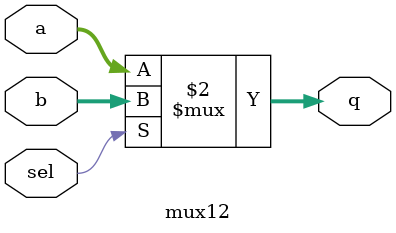
<source format=sv>
module mux12 (

    output logic [11:0] q,

    input logic [11:0] a,b,
    input logic sel
);

assign q = (!sel) ? a : b;


endmodule
</source>
